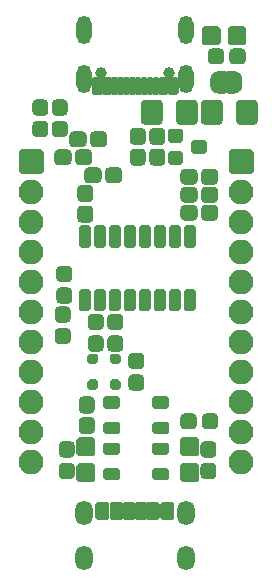
<source format=gbr>
G04 #@! TF.GenerationSoftware,KiCad,Pcbnew,5.1.10-1.fc33*
G04 #@! TF.CreationDate,2021-06-17T00:22:52+02:00*
G04 #@! TF.ProjectId,CH552-USB-Devboard-PCBA,43483535-322d-4555-9342-2d446576626f,rev?*
G04 #@! TF.SameCoordinates,Original*
G04 #@! TF.FileFunction,Soldermask,Top*
G04 #@! TF.FilePolarity,Negative*
%FSLAX46Y46*%
G04 Gerber Fmt 4.6, Leading zero omitted, Abs format (unit mm)*
G04 Created by KiCad (PCBNEW 5.1.10-1.fc33) date 2021-06-17 00:22:52*
%MOMM*%
%LPD*%
G01*
G04 APERTURE LIST*
%ADD10O,1.500000X2.100000*%
%ADD11C,0.100000*%
%ADD12O,1.300000X2.400000*%
%ADD13C,1.000000*%
%ADD14O,2.100000X2.100000*%
G04 APERTURE END LIST*
G36*
G01*
X89758000Y-72790000D02*
X89758000Y-71990000D01*
G75*
G02*
X89958000Y-71790000I200000J0D01*
G01*
X90858000Y-71790000D01*
G75*
G02*
X91058000Y-71990000I0J-200000D01*
G01*
X91058000Y-72790000D01*
G75*
G02*
X90858000Y-72990000I-200000J0D01*
G01*
X89958000Y-72990000D01*
G75*
G02*
X89758000Y-72790000I0J200000D01*
G01*
G37*
G36*
G01*
X87758000Y-73740000D02*
X87758000Y-72940000D01*
G75*
G02*
X87958000Y-72740000I200000J0D01*
G01*
X88858000Y-72740000D01*
G75*
G02*
X89058000Y-72940000I0J-200000D01*
G01*
X89058000Y-73740000D01*
G75*
G02*
X88858000Y-73940000I-200000J0D01*
G01*
X87958000Y-73940000D01*
G75*
G02*
X87758000Y-73740000I0J200000D01*
G01*
G37*
G36*
G01*
X87758000Y-71840000D02*
X87758000Y-71040000D01*
G75*
G02*
X87958000Y-70840000I200000J0D01*
G01*
X88858000Y-70840000D01*
G75*
G02*
X89058000Y-71040000I0J-200000D01*
G01*
X89058000Y-71840000D01*
G75*
G02*
X88858000Y-72040000I-200000J0D01*
G01*
X87958000Y-72040000D01*
G75*
G02*
X87758000Y-71840000I0J200000D01*
G01*
G37*
D10*
X89283000Y-103378000D03*
X80643000Y-103378000D03*
X80643000Y-107178000D03*
X89283000Y-107178000D03*
G36*
G01*
X83913000Y-103828000D02*
X83913000Y-102628000D01*
G75*
G02*
X84113000Y-102428000I200000J0D01*
G01*
X84813000Y-102428000D01*
G75*
G02*
X85013000Y-102628000I0J-200000D01*
G01*
X85013000Y-103828000D01*
G75*
G02*
X84813000Y-104028000I-200000J0D01*
G01*
X84113000Y-104028000D01*
G75*
G02*
X83913000Y-103828000I0J200000D01*
G01*
G37*
G36*
G01*
X84913000Y-103828000D02*
X84913000Y-102628000D01*
G75*
G02*
X85113000Y-102428000I200000J0D01*
G01*
X85813000Y-102428000D01*
G75*
G02*
X86013000Y-102628000I0J-200000D01*
G01*
X86013000Y-103828000D01*
G75*
G02*
X85813000Y-104028000I-200000J0D01*
G01*
X85113000Y-104028000D01*
G75*
G02*
X84913000Y-103828000I0J200000D01*
G01*
G37*
G36*
G01*
X82863000Y-103828000D02*
X82863000Y-102628000D01*
G75*
G02*
X83063000Y-102428000I200000J0D01*
G01*
X83823000Y-102428000D01*
G75*
G02*
X84023000Y-102628000I0J-200000D01*
G01*
X84023000Y-103828000D01*
G75*
G02*
X83823000Y-104028000I-200000J0D01*
G01*
X83063000Y-104028000D01*
G75*
G02*
X82863000Y-103828000I0J200000D01*
G01*
G37*
G36*
G01*
X81613000Y-103828000D02*
X81613000Y-102628000D01*
G75*
G02*
X81813000Y-102428000I200000J0D01*
G01*
X82613000Y-102428000D01*
G75*
G02*
X82813000Y-102628000I0J-200000D01*
G01*
X82813000Y-103828000D01*
G75*
G02*
X82613000Y-104028000I-200000J0D01*
G01*
X81813000Y-104028000D01*
G75*
G02*
X81613000Y-103828000I0J200000D01*
G01*
G37*
G36*
G01*
X85903000Y-103828000D02*
X85903000Y-102628000D01*
G75*
G02*
X86103000Y-102428000I200000J0D01*
G01*
X86863000Y-102428000D01*
G75*
G02*
X87063000Y-102628000I0J-200000D01*
G01*
X87063000Y-103828000D01*
G75*
G02*
X86863000Y-104028000I-200000J0D01*
G01*
X86103000Y-104028000D01*
G75*
G02*
X85903000Y-103828000I0J200000D01*
G01*
G37*
G36*
G01*
X87113000Y-103828000D02*
X87113000Y-102628000D01*
G75*
G02*
X87313000Y-102428000I200000J0D01*
G01*
X88113000Y-102428000D01*
G75*
G02*
X88313000Y-102628000I0J-200000D01*
G01*
X88313000Y-103828000D01*
G75*
G02*
X88113000Y-104028000I-200000J0D01*
G01*
X87313000Y-104028000D01*
G75*
G02*
X87113000Y-103828000I0J200000D01*
G01*
G37*
G36*
G01*
X78950500Y-69752000D02*
X78275500Y-69752000D01*
G75*
G02*
X77938000Y-69414500I0J337500D01*
G01*
X77938000Y-68714500D01*
G75*
G02*
X78275500Y-68377000I337500J0D01*
G01*
X78950500Y-68377000D01*
G75*
G02*
X79288000Y-68714500I0J-337500D01*
G01*
X79288000Y-69414500D01*
G75*
G02*
X78950500Y-69752000I-337500J0D01*
G01*
G37*
G36*
G01*
X78950500Y-71577000D02*
X78275500Y-71577000D01*
G75*
G02*
X77938000Y-71239500I0J337500D01*
G01*
X77938000Y-70539500D01*
G75*
G02*
X78275500Y-70202000I337500J0D01*
G01*
X78950500Y-70202000D01*
G75*
G02*
X79288000Y-70539500I0J-337500D01*
G01*
X79288000Y-71239500D01*
G75*
G02*
X78950500Y-71577000I-337500J0D01*
G01*
G37*
G36*
G01*
X90574000Y-75267500D02*
X90574000Y-74592500D01*
G75*
G02*
X90911500Y-74255000I337500J0D01*
G01*
X91686500Y-74255000D01*
G75*
G02*
X92024000Y-74592500I0J-337500D01*
G01*
X92024000Y-75267500D01*
G75*
G02*
X91686500Y-75605000I-337500J0D01*
G01*
X90911500Y-75605000D01*
G75*
G02*
X90574000Y-75267500I0J337500D01*
G01*
G37*
G36*
G01*
X88824000Y-75267500D02*
X88824000Y-74592500D01*
G75*
G02*
X89161500Y-74255000I337500J0D01*
G01*
X89936500Y-74255000D01*
G75*
G02*
X90274000Y-74592500I0J-337500D01*
G01*
X90274000Y-75267500D01*
G75*
G02*
X89936500Y-75605000I-337500J0D01*
G01*
X89161500Y-75605000D01*
G75*
G02*
X88824000Y-75267500I0J337500D01*
G01*
G37*
G36*
G01*
X90274000Y-76116500D02*
X90274000Y-76791500D01*
G75*
G02*
X89936500Y-77129000I-337500J0D01*
G01*
X89161500Y-77129000D01*
G75*
G02*
X88824000Y-76791500I0J337500D01*
G01*
X88824000Y-76116500D01*
G75*
G02*
X89161500Y-75779000I337500J0D01*
G01*
X89936500Y-75779000D01*
G75*
G02*
X90274000Y-76116500I0J-337500D01*
G01*
G37*
G36*
G01*
X92024000Y-76116500D02*
X92024000Y-76791500D01*
G75*
G02*
X91686500Y-77129000I-337500J0D01*
G01*
X90911500Y-77129000D01*
G75*
G02*
X90574000Y-76791500I0J337500D01*
G01*
X90574000Y-76116500D01*
G75*
G02*
X90911500Y-75779000I337500J0D01*
G01*
X91686500Y-75779000D01*
G75*
G02*
X92024000Y-76116500I0J-337500D01*
G01*
G37*
D11*
G36*
X93366112Y-65979602D02*
G01*
X93384534Y-65979602D01*
X93404140Y-65980565D01*
X93452971Y-65985375D01*
X93472380Y-65988254D01*
X93520505Y-65997826D01*
X93539548Y-66002596D01*
X93586503Y-66016840D01*
X93604980Y-66023451D01*
X93650313Y-66042228D01*
X93668061Y-66050623D01*
X93711334Y-66073754D01*
X93728162Y-66083840D01*
X93768961Y-66111100D01*
X93784730Y-66122795D01*
X93822659Y-66153923D01*
X93837200Y-66167103D01*
X93871897Y-66201800D01*
X93885077Y-66216341D01*
X93916205Y-66254270D01*
X93927900Y-66270039D01*
X93955160Y-66310838D01*
X93965246Y-66327666D01*
X93988377Y-66370939D01*
X93996772Y-66388687D01*
X94015549Y-66434020D01*
X94022160Y-66452497D01*
X94036404Y-66499452D01*
X94041174Y-66518495D01*
X94050746Y-66566620D01*
X94053625Y-66586029D01*
X94058435Y-66634860D01*
X94059398Y-66654466D01*
X94059398Y-66672888D01*
X94060000Y-66679000D01*
X94060000Y-67179000D01*
X94059398Y-67185112D01*
X94059398Y-67203534D01*
X94058435Y-67223140D01*
X94053625Y-67271971D01*
X94050746Y-67291380D01*
X94041174Y-67339505D01*
X94036404Y-67358548D01*
X94022160Y-67405503D01*
X94015549Y-67423980D01*
X93996772Y-67469313D01*
X93988377Y-67487061D01*
X93965246Y-67530334D01*
X93955160Y-67547162D01*
X93927900Y-67587961D01*
X93916205Y-67603730D01*
X93885077Y-67641659D01*
X93871897Y-67656200D01*
X93837200Y-67690897D01*
X93822659Y-67704077D01*
X93784730Y-67735205D01*
X93768961Y-67746900D01*
X93728162Y-67774160D01*
X93711334Y-67784246D01*
X93668061Y-67807377D01*
X93650313Y-67815772D01*
X93604980Y-67834549D01*
X93586503Y-67841160D01*
X93539548Y-67855404D01*
X93520505Y-67860174D01*
X93472380Y-67869746D01*
X93452971Y-67872625D01*
X93404140Y-67877435D01*
X93384534Y-67878398D01*
X93366112Y-67878398D01*
X93360000Y-67879000D01*
X92860000Y-67879000D01*
X92820982Y-67875157D01*
X92783463Y-67863776D01*
X92748886Y-67845294D01*
X92718579Y-67820421D01*
X92693706Y-67790114D01*
X92675224Y-67755537D01*
X92663843Y-67718018D01*
X92660000Y-67679000D01*
X92660000Y-66179000D01*
X92663843Y-66139982D01*
X92675224Y-66102463D01*
X92693706Y-66067886D01*
X92718579Y-66037579D01*
X92748886Y-66012706D01*
X92783463Y-65994224D01*
X92820982Y-65982843D01*
X92860000Y-65979000D01*
X93360000Y-65979000D01*
X93366112Y-65979602D01*
G37*
G36*
X92599018Y-65982843D02*
G01*
X92636537Y-65994224D01*
X92671114Y-66012706D01*
X92701421Y-66037579D01*
X92726294Y-66067886D01*
X92744776Y-66102463D01*
X92756157Y-66139982D01*
X92760000Y-66179000D01*
X92760000Y-67679000D01*
X92756157Y-67718018D01*
X92744776Y-67755537D01*
X92726294Y-67790114D01*
X92701421Y-67820421D01*
X92671114Y-67845294D01*
X92636537Y-67863776D01*
X92599018Y-67875157D01*
X92560000Y-67879000D01*
X92060000Y-67879000D01*
X92053888Y-67878398D01*
X92035466Y-67878398D01*
X92015860Y-67877435D01*
X91967029Y-67872625D01*
X91947620Y-67869746D01*
X91899495Y-67860174D01*
X91880452Y-67855404D01*
X91833497Y-67841160D01*
X91815020Y-67834549D01*
X91769687Y-67815772D01*
X91751939Y-67807377D01*
X91708666Y-67784246D01*
X91691838Y-67774160D01*
X91651039Y-67746900D01*
X91635270Y-67735205D01*
X91597341Y-67704077D01*
X91582800Y-67690897D01*
X91548103Y-67656200D01*
X91534923Y-67641659D01*
X91503795Y-67603730D01*
X91492100Y-67587961D01*
X91464840Y-67547162D01*
X91454754Y-67530334D01*
X91431623Y-67487061D01*
X91423228Y-67469313D01*
X91404451Y-67423980D01*
X91397840Y-67405503D01*
X91383596Y-67358548D01*
X91378826Y-67339505D01*
X91369254Y-67291380D01*
X91366375Y-67271971D01*
X91361565Y-67223140D01*
X91360602Y-67203534D01*
X91360602Y-67185112D01*
X91360000Y-67179000D01*
X91360000Y-66679000D01*
X91360602Y-66672888D01*
X91360602Y-66654466D01*
X91361565Y-66634860D01*
X91366375Y-66586029D01*
X91369254Y-66566620D01*
X91378826Y-66518495D01*
X91383596Y-66499452D01*
X91397840Y-66452497D01*
X91404451Y-66434020D01*
X91423228Y-66388687D01*
X91431623Y-66370939D01*
X91454754Y-66327666D01*
X91464840Y-66310838D01*
X91492100Y-66270039D01*
X91503795Y-66254270D01*
X91534923Y-66216341D01*
X91548103Y-66201800D01*
X91582800Y-66167103D01*
X91597341Y-66153923D01*
X91635270Y-66122795D01*
X91651039Y-66111100D01*
X91691838Y-66083840D01*
X91708666Y-66073754D01*
X91751939Y-66050623D01*
X91769687Y-66042228D01*
X91815020Y-66023451D01*
X91833497Y-66016840D01*
X91880452Y-66002596D01*
X91899495Y-65997826D01*
X91947620Y-65988254D01*
X91967029Y-65985375D01*
X92015860Y-65980565D01*
X92035466Y-65979602D01*
X92053888Y-65979602D01*
X92060000Y-65979000D01*
X92560000Y-65979000D01*
X92599018Y-65982843D01*
G37*
G36*
G01*
X83062000Y-92090000D02*
X83562000Y-92090000D01*
G75*
G02*
X83762000Y-92290000I0J-200000D01*
G01*
X83762000Y-92790000D01*
G75*
G02*
X83562000Y-92990000I-200000J0D01*
G01*
X83062000Y-92990000D01*
G75*
G02*
X82862000Y-92790000I0J200000D01*
G01*
X82862000Y-92290000D01*
G75*
G02*
X83062000Y-92090000I200000J0D01*
G01*
G37*
G36*
G01*
X83062000Y-89890000D02*
X83562000Y-89890000D01*
G75*
G02*
X83762000Y-90090000I0J-200000D01*
G01*
X83762000Y-90590000D01*
G75*
G02*
X83562000Y-90790000I-200000J0D01*
G01*
X83062000Y-90790000D01*
G75*
G02*
X82862000Y-90590000I0J200000D01*
G01*
X82862000Y-90090000D01*
G75*
G02*
X83062000Y-89890000I200000J0D01*
G01*
G37*
G36*
G01*
X81157000Y-92090000D02*
X81657000Y-92090000D01*
G75*
G02*
X81857000Y-92290000I0J-200000D01*
G01*
X81857000Y-92790000D01*
G75*
G02*
X81657000Y-92990000I-200000J0D01*
G01*
X81157000Y-92990000D01*
G75*
G02*
X80957000Y-92790000I0J200000D01*
G01*
X80957000Y-92290000D01*
G75*
G02*
X81157000Y-92090000I200000J0D01*
G01*
G37*
G36*
G01*
X81157000Y-89890000D02*
X81657000Y-89890000D01*
G75*
G02*
X81857000Y-90090000I0J-200000D01*
G01*
X81857000Y-90590000D01*
G75*
G02*
X81657000Y-90790000I-200000J0D01*
G01*
X81157000Y-90790000D01*
G75*
G02*
X80957000Y-90590000I0J200000D01*
G01*
X80957000Y-90090000D01*
G75*
G02*
X81157000Y-89890000I200000J0D01*
G01*
G37*
G36*
G01*
X85554500Y-72240000D02*
X84879500Y-72240000D01*
G75*
G02*
X84542000Y-71902500I0J337500D01*
G01*
X84542000Y-71127500D01*
G75*
G02*
X84879500Y-70790000I337500J0D01*
G01*
X85554500Y-70790000D01*
G75*
G02*
X85892000Y-71127500I0J-337500D01*
G01*
X85892000Y-71902500D01*
G75*
G02*
X85554500Y-72240000I-337500J0D01*
G01*
G37*
G36*
G01*
X85554500Y-73990000D02*
X84879500Y-73990000D01*
G75*
G02*
X84542000Y-73652500I0J337500D01*
G01*
X84542000Y-72877500D01*
G75*
G02*
X84879500Y-72540000I337500J0D01*
G01*
X85554500Y-72540000D01*
G75*
G02*
X85892000Y-72877500I0J-337500D01*
G01*
X85892000Y-73652500D01*
G75*
G02*
X85554500Y-73990000I-337500J0D01*
G01*
G37*
G36*
G01*
X87205500Y-72240000D02*
X86530500Y-72240000D01*
G75*
G02*
X86193000Y-71902500I0J337500D01*
G01*
X86193000Y-71127500D01*
G75*
G02*
X86530500Y-70790000I337500J0D01*
G01*
X87205500Y-70790000D01*
G75*
G02*
X87543000Y-71127500I0J-337500D01*
G01*
X87543000Y-71902500D01*
G75*
G02*
X87205500Y-72240000I-337500J0D01*
G01*
G37*
G36*
G01*
X87205500Y-73990000D02*
X86530500Y-73990000D01*
G75*
G02*
X86193000Y-73652500I0J337500D01*
G01*
X86193000Y-72877500D01*
G75*
G02*
X86530500Y-72540000I337500J0D01*
G01*
X87205500Y-72540000D01*
G75*
G02*
X87543000Y-72877500I0J-337500D01*
G01*
X87543000Y-73652500D01*
G75*
G02*
X87205500Y-73990000I-337500J0D01*
G01*
G37*
G36*
G01*
X90574000Y-78315500D02*
X90574000Y-77640500D01*
G75*
G02*
X90911500Y-77303000I337500J0D01*
G01*
X91686500Y-77303000D01*
G75*
G02*
X92024000Y-77640500I0J-337500D01*
G01*
X92024000Y-78315500D01*
G75*
G02*
X91686500Y-78653000I-337500J0D01*
G01*
X90911500Y-78653000D01*
G75*
G02*
X90574000Y-78315500I0J337500D01*
G01*
G37*
G36*
G01*
X88824000Y-78315500D02*
X88824000Y-77640500D01*
G75*
G02*
X89161500Y-77303000I337500J0D01*
G01*
X89936500Y-77303000D01*
G75*
G02*
X90274000Y-77640500I0J-337500D01*
G01*
X90274000Y-78315500D01*
G75*
G02*
X89936500Y-78653000I-337500J0D01*
G01*
X89161500Y-78653000D01*
G75*
G02*
X88824000Y-78315500I0J337500D01*
G01*
G37*
G36*
G01*
X87309000Y-68714175D02*
X87309000Y-70223825D01*
G75*
G02*
X86988825Y-70544000I-320175J0D01*
G01*
X85804175Y-70544000D01*
G75*
G02*
X85484000Y-70223825I0J320175D01*
G01*
X85484000Y-68714175D01*
G75*
G02*
X85804175Y-68394000I320175J0D01*
G01*
X86988825Y-68394000D01*
G75*
G02*
X87309000Y-68714175I0J-320175D01*
G01*
G37*
G36*
G01*
X90284000Y-68714175D02*
X90284000Y-70223825D01*
G75*
G02*
X89963825Y-70544000I-320175J0D01*
G01*
X88779175Y-70544000D01*
G75*
G02*
X88459000Y-70223825I0J320175D01*
G01*
X88459000Y-68714175D01*
G75*
G02*
X88779175Y-68394000I320175J0D01*
G01*
X89963825Y-68394000D01*
G75*
G02*
X90284000Y-68714175I0J-320175D01*
G01*
G37*
G36*
G01*
X92389000Y-68714175D02*
X92389000Y-70223825D01*
G75*
G02*
X92068825Y-70544000I-320175J0D01*
G01*
X90884175Y-70544000D01*
G75*
G02*
X90564000Y-70223825I0J320175D01*
G01*
X90564000Y-68714175D01*
G75*
G02*
X90884175Y-68394000I320175J0D01*
G01*
X92068825Y-68394000D01*
G75*
G02*
X92389000Y-68714175I0J-320175D01*
G01*
G37*
G36*
G01*
X95364000Y-68714175D02*
X95364000Y-70223825D01*
G75*
G02*
X95043825Y-70544000I-320175J0D01*
G01*
X93859175Y-70544000D01*
G75*
G02*
X93539000Y-70223825I0J320175D01*
G01*
X93539000Y-68714175D01*
G75*
G02*
X93859175Y-68394000I320175J0D01*
G01*
X95043825Y-68394000D01*
G75*
G02*
X95364000Y-68714175I0J-320175D01*
G01*
G37*
G36*
G01*
X77299500Y-69752000D02*
X76624500Y-69752000D01*
G75*
G02*
X76287000Y-69414500I0J337500D01*
G01*
X76287000Y-68714500D01*
G75*
G02*
X76624500Y-68377000I337500J0D01*
G01*
X77299500Y-68377000D01*
G75*
G02*
X77637000Y-68714500I0J-337500D01*
G01*
X77637000Y-69414500D01*
G75*
G02*
X77299500Y-69752000I-337500J0D01*
G01*
G37*
G36*
G01*
X77299500Y-71577000D02*
X76624500Y-71577000D01*
G75*
G02*
X76287000Y-71239500I0J337500D01*
G01*
X76287000Y-70539500D01*
G75*
G02*
X76624500Y-70202000I337500J0D01*
G01*
X77299500Y-70202000D01*
G75*
G02*
X77637000Y-70539500I0J-337500D01*
G01*
X77637000Y-71239500D01*
G75*
G02*
X77299500Y-71577000I-337500J0D01*
G01*
G37*
D12*
X80675000Y-66680000D03*
X89325000Y-66680000D03*
X89325000Y-62500000D03*
X80675000Y-62500000D03*
D13*
X82110000Y-66180000D03*
G36*
G01*
X85100000Y-66680000D02*
X85100000Y-67820000D01*
G75*
G02*
X84900000Y-68020000I-200000J0D01*
G01*
X84600000Y-68020000D01*
G75*
G02*
X84400000Y-67820000I0J200000D01*
G01*
X84400000Y-66680000D01*
G75*
G02*
X84600000Y-66480000I200000J0D01*
G01*
X84900000Y-66480000D01*
G75*
G02*
X85100000Y-66680000I0J-200000D01*
G01*
G37*
G36*
G01*
X85600000Y-66680000D02*
X85600000Y-67820000D01*
G75*
G02*
X85400000Y-68020000I-200000J0D01*
G01*
X85100000Y-68020000D01*
G75*
G02*
X84900000Y-67820000I0J200000D01*
G01*
X84900000Y-66680000D01*
G75*
G02*
X85100000Y-66480000I200000J0D01*
G01*
X85400000Y-66480000D01*
G75*
G02*
X85600000Y-66680000I0J-200000D01*
G01*
G37*
G36*
G01*
X86100000Y-66680000D02*
X86100000Y-67820000D01*
G75*
G02*
X85900000Y-68020000I-200000J0D01*
G01*
X85600000Y-68020000D01*
G75*
G02*
X85400000Y-67820000I0J200000D01*
G01*
X85400000Y-66680000D01*
G75*
G02*
X85600000Y-66480000I200000J0D01*
G01*
X85900000Y-66480000D01*
G75*
G02*
X86100000Y-66680000I0J-200000D01*
G01*
G37*
G36*
G01*
X84600000Y-66680000D02*
X84600000Y-67820000D01*
G75*
G02*
X84400000Y-68020000I-200000J0D01*
G01*
X84100000Y-68020000D01*
G75*
G02*
X83900000Y-67820000I0J200000D01*
G01*
X83900000Y-66680000D01*
G75*
G02*
X84100000Y-66480000I200000J0D01*
G01*
X84400000Y-66480000D01*
G75*
G02*
X84600000Y-66680000I0J-200000D01*
G01*
G37*
G36*
G01*
X86600000Y-66680000D02*
X86600000Y-67820000D01*
G75*
G02*
X86400000Y-68020000I-200000J0D01*
G01*
X86100000Y-68020000D01*
G75*
G02*
X85900000Y-67820000I0J200000D01*
G01*
X85900000Y-66680000D01*
G75*
G02*
X86100000Y-66480000I200000J0D01*
G01*
X86400000Y-66480000D01*
G75*
G02*
X86600000Y-66680000I0J-200000D01*
G01*
G37*
G36*
G01*
X87100000Y-66680000D02*
X87100000Y-67820000D01*
G75*
G02*
X86900000Y-68020000I-200000J0D01*
G01*
X86600000Y-68020000D01*
G75*
G02*
X86400000Y-67820000I0J200000D01*
G01*
X86400000Y-66680000D01*
G75*
G02*
X86600000Y-66480000I200000J0D01*
G01*
X86900000Y-66480000D01*
G75*
G02*
X87100000Y-66680000I0J-200000D01*
G01*
G37*
G36*
G01*
X84100000Y-66680000D02*
X84100000Y-67820000D01*
G75*
G02*
X83900000Y-68020000I-200000J0D01*
G01*
X83600000Y-68020000D01*
G75*
G02*
X83400000Y-67820000I0J200000D01*
G01*
X83400000Y-66680000D01*
G75*
G02*
X83600000Y-66480000I200000J0D01*
G01*
X83900000Y-66480000D01*
G75*
G02*
X84100000Y-66680000I0J-200000D01*
G01*
G37*
G36*
G01*
X83600000Y-66680000D02*
X83600000Y-67820000D01*
G75*
G02*
X83400000Y-68020000I-200000J0D01*
G01*
X83100000Y-68020000D01*
G75*
G02*
X82900000Y-67820000I0J200000D01*
G01*
X82900000Y-66680000D01*
G75*
G02*
X83100000Y-66480000I200000J0D01*
G01*
X83400000Y-66480000D01*
G75*
G02*
X83600000Y-66680000I0J-200000D01*
G01*
G37*
X87890000Y-66180000D03*
G36*
G01*
X87850000Y-66680000D02*
X87850000Y-67820000D01*
G75*
G02*
X87650000Y-68020000I-200000J0D01*
G01*
X87350000Y-68020000D01*
G75*
G02*
X87150000Y-67820000I0J200000D01*
G01*
X87150000Y-66680000D01*
G75*
G02*
X87350000Y-66480000I200000J0D01*
G01*
X87650000Y-66480000D01*
G75*
G02*
X87850000Y-66680000I0J-200000D01*
G01*
G37*
G36*
G01*
X87600000Y-66680000D02*
X87600000Y-67820000D01*
G75*
G02*
X87400000Y-68020000I-200000J0D01*
G01*
X87100000Y-68020000D01*
G75*
G02*
X86900000Y-67820000I0J200000D01*
G01*
X86900000Y-66680000D01*
G75*
G02*
X87100000Y-66480000I200000J0D01*
G01*
X87400000Y-66480000D01*
G75*
G02*
X87600000Y-66680000I0J-200000D01*
G01*
G37*
G36*
G01*
X88400000Y-66680000D02*
X88400000Y-67820000D01*
G75*
G02*
X88200000Y-68020000I-200000J0D01*
G01*
X87900000Y-68020000D01*
G75*
G02*
X87700000Y-67820000I0J200000D01*
G01*
X87700000Y-66680000D01*
G75*
G02*
X87900000Y-66480000I200000J0D01*
G01*
X88200000Y-66480000D01*
G75*
G02*
X88400000Y-66680000I0J-200000D01*
G01*
G37*
G36*
G01*
X88700000Y-66680000D02*
X88700000Y-67820000D01*
G75*
G02*
X88500000Y-68020000I-200000J0D01*
G01*
X88200000Y-68020000D01*
G75*
G02*
X88000000Y-67820000I0J200000D01*
G01*
X88000000Y-66680000D01*
G75*
G02*
X88200000Y-66480000I200000J0D01*
G01*
X88500000Y-66480000D01*
G75*
G02*
X88700000Y-66680000I0J-200000D01*
G01*
G37*
G36*
G01*
X83100000Y-66680000D02*
X83100000Y-67820000D01*
G75*
G02*
X82900000Y-68020000I-200000J0D01*
G01*
X82600000Y-68020000D01*
G75*
G02*
X82400000Y-67820000I0J200000D01*
G01*
X82400000Y-66680000D01*
G75*
G02*
X82600000Y-66480000I200000J0D01*
G01*
X82900000Y-66480000D01*
G75*
G02*
X83100000Y-66680000I0J-200000D01*
G01*
G37*
G36*
G01*
X82800000Y-66680000D02*
X82800000Y-67820000D01*
G75*
G02*
X82600000Y-68020000I-200000J0D01*
G01*
X82300000Y-68020000D01*
G75*
G02*
X82100000Y-67820000I0J200000D01*
G01*
X82100000Y-66680000D01*
G75*
G02*
X82300000Y-66480000I200000J0D01*
G01*
X82600000Y-66480000D01*
G75*
G02*
X82800000Y-66680000I0J-200000D01*
G01*
G37*
G36*
G01*
X82300000Y-66680000D02*
X82300000Y-67820000D01*
G75*
G02*
X82100000Y-68020000I-200000J0D01*
G01*
X81800000Y-68020000D01*
G75*
G02*
X81600000Y-67820000I0J200000D01*
G01*
X81600000Y-66680000D01*
G75*
G02*
X81800000Y-66480000I200000J0D01*
G01*
X82100000Y-66480000D01*
G75*
G02*
X82300000Y-66680000I0J-200000D01*
G01*
G37*
G36*
G01*
X82000000Y-66680000D02*
X82000000Y-67820000D01*
G75*
G02*
X81800000Y-68020000I-200000J0D01*
G01*
X81500000Y-68020000D01*
G75*
G02*
X81300000Y-67820000I0J200000D01*
G01*
X81300000Y-66680000D01*
G75*
G02*
X81500000Y-66480000I200000J0D01*
G01*
X81800000Y-66480000D01*
G75*
G02*
X82000000Y-66680000I0J-200000D01*
G01*
G37*
G36*
G01*
X78529500Y-87728000D02*
X79204500Y-87728000D01*
G75*
G02*
X79542000Y-88065500I0J-337500D01*
G01*
X79542000Y-88765500D01*
G75*
G02*
X79204500Y-89103000I-337500J0D01*
G01*
X78529500Y-89103000D01*
G75*
G02*
X78192000Y-88765500I0J337500D01*
G01*
X78192000Y-88065500D01*
G75*
G02*
X78529500Y-87728000I337500J0D01*
G01*
G37*
G36*
G01*
X78529500Y-85903000D02*
X79204500Y-85903000D01*
G75*
G02*
X79542000Y-86240500I0J-337500D01*
G01*
X79542000Y-86940500D01*
G75*
G02*
X79204500Y-87278000I-337500J0D01*
G01*
X78529500Y-87278000D01*
G75*
G02*
X78192000Y-86940500I0J337500D01*
G01*
X78192000Y-86240500D01*
G75*
G02*
X78529500Y-85903000I337500J0D01*
G01*
G37*
G36*
G01*
X79331500Y-83849000D02*
X78656500Y-83849000D01*
G75*
G02*
X78319000Y-83511500I0J337500D01*
G01*
X78319000Y-82811500D01*
G75*
G02*
X78656500Y-82474000I337500J0D01*
G01*
X79331500Y-82474000D01*
G75*
G02*
X79669000Y-82811500I0J-337500D01*
G01*
X79669000Y-83511500D01*
G75*
G02*
X79331500Y-83849000I-337500J0D01*
G01*
G37*
G36*
G01*
X79331500Y-85674000D02*
X78656500Y-85674000D01*
G75*
G02*
X78319000Y-85336500I0J337500D01*
G01*
X78319000Y-84636500D01*
G75*
G02*
X78656500Y-84299000I337500J0D01*
G01*
X79331500Y-84299000D01*
G75*
G02*
X79669000Y-84636500I0J-337500D01*
G01*
X79669000Y-85336500D01*
G75*
G02*
X79331500Y-85674000I-337500J0D01*
G01*
G37*
G36*
G01*
X81998500Y-87913000D02*
X81323500Y-87913000D01*
G75*
G02*
X80986000Y-87575500I0J337500D01*
G01*
X80986000Y-86875500D01*
G75*
G02*
X81323500Y-86538000I337500J0D01*
G01*
X81998500Y-86538000D01*
G75*
G02*
X82336000Y-86875500I0J-337500D01*
G01*
X82336000Y-87575500D01*
G75*
G02*
X81998500Y-87913000I-337500J0D01*
G01*
G37*
G36*
G01*
X81998500Y-89738000D02*
X81323500Y-89738000D01*
G75*
G02*
X80986000Y-89400500I0J337500D01*
G01*
X80986000Y-88700500D01*
G75*
G02*
X81323500Y-88363000I337500J0D01*
G01*
X81998500Y-88363000D01*
G75*
G02*
X82336000Y-88700500I0J-337500D01*
G01*
X82336000Y-89400500D01*
G75*
G02*
X81998500Y-89738000I-337500J0D01*
G01*
G37*
G36*
G01*
X84752500Y-91665000D02*
X85427500Y-91665000D01*
G75*
G02*
X85765000Y-92002500I0J-337500D01*
G01*
X85765000Y-92702500D01*
G75*
G02*
X85427500Y-93040000I-337500J0D01*
G01*
X84752500Y-93040000D01*
G75*
G02*
X84415000Y-92702500I0J337500D01*
G01*
X84415000Y-92002500D01*
G75*
G02*
X84752500Y-91665000I337500J0D01*
G01*
G37*
G36*
G01*
X84752500Y-89840000D02*
X85427500Y-89840000D01*
G75*
G02*
X85765000Y-90177500I0J-337500D01*
G01*
X85765000Y-90877500D01*
G75*
G02*
X85427500Y-91215000I-337500J0D01*
G01*
X84752500Y-91215000D01*
G75*
G02*
X84415000Y-90877500I0J337500D01*
G01*
X84415000Y-90177500D01*
G75*
G02*
X84752500Y-89840000I337500J0D01*
G01*
G37*
G36*
G01*
X90199000Y-95293500D02*
X90199000Y-95968500D01*
G75*
G02*
X89861500Y-96306000I-337500J0D01*
G01*
X89161500Y-96306000D01*
G75*
G02*
X88824000Y-95968500I0J337500D01*
G01*
X88824000Y-95293500D01*
G75*
G02*
X89161500Y-94956000I337500J0D01*
G01*
X89861500Y-94956000D01*
G75*
G02*
X90199000Y-95293500I0J-337500D01*
G01*
G37*
G36*
G01*
X92024000Y-95293500D02*
X92024000Y-95968500D01*
G75*
G02*
X91686500Y-96306000I-337500J0D01*
G01*
X90986500Y-96306000D01*
G75*
G02*
X90649000Y-95968500I0J337500D01*
G01*
X90649000Y-95293500D01*
G75*
G02*
X90986500Y-94956000I337500J0D01*
G01*
X91686500Y-94956000D01*
G75*
G02*
X92024000Y-95293500I0J-337500D01*
G01*
G37*
G36*
G01*
X92969000Y-65075500D02*
X92969000Y-64400500D01*
G75*
G02*
X93306500Y-64063000I337500J0D01*
G01*
X94006500Y-64063000D01*
G75*
G02*
X94344000Y-64400500I0J-337500D01*
G01*
X94344000Y-65075500D01*
G75*
G02*
X94006500Y-65413000I-337500J0D01*
G01*
X93306500Y-65413000D01*
G75*
G02*
X92969000Y-65075500I0J337500D01*
G01*
G37*
G36*
G01*
X91144000Y-65075500D02*
X91144000Y-64400500D01*
G75*
G02*
X91481500Y-64063000I337500J0D01*
G01*
X92181500Y-64063000D01*
G75*
G02*
X92519000Y-64400500I0J-337500D01*
G01*
X92519000Y-65075500D01*
G75*
G02*
X92181500Y-65413000I-337500J0D01*
G01*
X91481500Y-65413000D01*
G75*
G02*
X91144000Y-65075500I0J337500D01*
G01*
G37*
G36*
G01*
X79537500Y-98700000D02*
X78862500Y-98700000D01*
G75*
G02*
X78525000Y-98362500I0J337500D01*
G01*
X78525000Y-97662500D01*
G75*
G02*
X78862500Y-97325000I337500J0D01*
G01*
X79537500Y-97325000D01*
G75*
G02*
X79875000Y-97662500I0J-337500D01*
G01*
X79875000Y-98362500D01*
G75*
G02*
X79537500Y-98700000I-337500J0D01*
G01*
G37*
G36*
G01*
X79537500Y-100525000D02*
X78862500Y-100525000D01*
G75*
G02*
X78525000Y-100187500I0J337500D01*
G01*
X78525000Y-99487500D01*
G75*
G02*
X78862500Y-99150000I337500J0D01*
G01*
X79537500Y-99150000D01*
G75*
G02*
X79875000Y-99487500I0J-337500D01*
G01*
X79875000Y-100187500D01*
G75*
G02*
X79537500Y-100525000I-337500J0D01*
G01*
G37*
G36*
G01*
X91537500Y-98700000D02*
X90862500Y-98700000D01*
G75*
G02*
X90525000Y-98362500I0J337500D01*
G01*
X90525000Y-97662500D01*
G75*
G02*
X90862500Y-97325000I337500J0D01*
G01*
X91537500Y-97325000D01*
G75*
G02*
X91875000Y-97662500I0J-337500D01*
G01*
X91875000Y-98362500D01*
G75*
G02*
X91537500Y-98700000I-337500J0D01*
G01*
G37*
G36*
G01*
X91537500Y-100525000D02*
X90862500Y-100525000D01*
G75*
G02*
X90525000Y-100187500I0J337500D01*
G01*
X90525000Y-99487500D01*
G75*
G02*
X90862500Y-99150000I337500J0D01*
G01*
X91537500Y-99150000D01*
G75*
G02*
X91875000Y-99487500I0J-337500D01*
G01*
X91875000Y-100187500D01*
G75*
G02*
X91537500Y-100525000I-337500J0D01*
G01*
G37*
G36*
G01*
X83649500Y-87913000D02*
X82974500Y-87913000D01*
G75*
G02*
X82637000Y-87575500I0J337500D01*
G01*
X82637000Y-86875500D01*
G75*
G02*
X82974500Y-86538000I337500J0D01*
G01*
X83649500Y-86538000D01*
G75*
G02*
X83987000Y-86875500I0J-337500D01*
G01*
X83987000Y-87575500D01*
G75*
G02*
X83649500Y-87913000I-337500J0D01*
G01*
G37*
G36*
G01*
X83649500Y-89738000D02*
X82974500Y-89738000D01*
G75*
G02*
X82637000Y-89400500I0J337500D01*
G01*
X82637000Y-88700500D01*
G75*
G02*
X82974500Y-88363000I337500J0D01*
G01*
X83649500Y-88363000D01*
G75*
G02*
X83987000Y-88700500I0J-337500D01*
G01*
X83987000Y-89400500D01*
G75*
G02*
X83649500Y-89738000I-337500J0D01*
G01*
G37*
G36*
G01*
X79606000Y-72941500D02*
X79606000Y-73616500D01*
G75*
G02*
X79268500Y-73954000I-337500J0D01*
G01*
X78493500Y-73954000D01*
G75*
G02*
X78156000Y-73616500I0J337500D01*
G01*
X78156000Y-72941500D01*
G75*
G02*
X78493500Y-72604000I337500J0D01*
G01*
X79268500Y-72604000D01*
G75*
G02*
X79606000Y-72941500I0J-337500D01*
G01*
G37*
G36*
G01*
X81356000Y-72941500D02*
X81356000Y-73616500D01*
G75*
G02*
X81018500Y-73954000I-337500J0D01*
G01*
X80243500Y-73954000D01*
G75*
G02*
X79906000Y-73616500I0J337500D01*
G01*
X79906000Y-72941500D01*
G75*
G02*
X80243500Y-72604000I337500J0D01*
G01*
X81018500Y-72604000D01*
G75*
G02*
X81356000Y-72941500I0J-337500D01*
G01*
G37*
G36*
G01*
X81109500Y-78816000D02*
X80434500Y-78816000D01*
G75*
G02*
X80097000Y-78478500I0J337500D01*
G01*
X80097000Y-77703500D01*
G75*
G02*
X80434500Y-77366000I337500J0D01*
G01*
X81109500Y-77366000D01*
G75*
G02*
X81447000Y-77703500I0J-337500D01*
G01*
X81447000Y-78478500D01*
G75*
G02*
X81109500Y-78816000I-337500J0D01*
G01*
G37*
G36*
G01*
X81109500Y-77066000D02*
X80434500Y-77066000D01*
G75*
G02*
X80097000Y-76728500I0J337500D01*
G01*
X80097000Y-75953500D01*
G75*
G02*
X80434500Y-75616000I337500J0D01*
G01*
X81109500Y-75616000D01*
G75*
G02*
X81447000Y-75953500I0J-337500D01*
G01*
X81447000Y-76728500D01*
G75*
G02*
X81109500Y-77066000I-337500J0D01*
G01*
G37*
D14*
X76200000Y-99060000D03*
X76200000Y-96520000D03*
X76200000Y-93980000D03*
X76200000Y-91440000D03*
X76200000Y-88900000D03*
X76200000Y-86360000D03*
X76200000Y-83820000D03*
X76200000Y-81280000D03*
X76200000Y-78740000D03*
X76200000Y-76200000D03*
G36*
G01*
X75150000Y-74510000D02*
X75150000Y-72810000D01*
G75*
G02*
X75350000Y-72610000I200000J0D01*
G01*
X77050000Y-72610000D01*
G75*
G02*
X77250000Y-72810000I0J-200000D01*
G01*
X77250000Y-74510000D01*
G75*
G02*
X77050000Y-74710000I-200000J0D01*
G01*
X75350000Y-74710000D01*
G75*
G02*
X75150000Y-74510000I0J200000D01*
G01*
G37*
G36*
G01*
X92930000Y-74510000D02*
X92930000Y-72810000D01*
G75*
G02*
X93130000Y-72610000I200000J0D01*
G01*
X94830000Y-72610000D01*
G75*
G02*
X95030000Y-72810000I0J-200000D01*
G01*
X95030000Y-74510000D01*
G75*
G02*
X94830000Y-74710000I-200000J0D01*
G01*
X93130000Y-74710000D01*
G75*
G02*
X92930000Y-74510000I0J200000D01*
G01*
G37*
X93980000Y-76200000D03*
X93980000Y-78740000D03*
X93980000Y-81280000D03*
X93980000Y-83820000D03*
X93980000Y-86360000D03*
X93980000Y-88900000D03*
X93980000Y-91440000D03*
X93980000Y-93980000D03*
X93980000Y-96520000D03*
X93980000Y-99060000D03*
G36*
G01*
X86425000Y-96523000D02*
X86425000Y-95873000D01*
G75*
G02*
X86625000Y-95673000I200000J0D01*
G01*
X87675000Y-95673000D01*
G75*
G02*
X87875000Y-95873000I0J-200000D01*
G01*
X87875000Y-96523000D01*
G75*
G02*
X87675000Y-96723000I-200000J0D01*
G01*
X86625000Y-96723000D01*
G75*
G02*
X86425000Y-96523000I0J200000D01*
G01*
G37*
G36*
G01*
X82275000Y-96523000D02*
X82275000Y-95873000D01*
G75*
G02*
X82475000Y-95673000I200000J0D01*
G01*
X83525000Y-95673000D01*
G75*
G02*
X83725000Y-95873000I0J-200000D01*
G01*
X83725000Y-96523000D01*
G75*
G02*
X83525000Y-96723000I-200000J0D01*
G01*
X82475000Y-96723000D01*
G75*
G02*
X82275000Y-96523000I0J200000D01*
G01*
G37*
G36*
G01*
X86425000Y-94373000D02*
X86425000Y-93723000D01*
G75*
G02*
X86625000Y-93523000I200000J0D01*
G01*
X87675000Y-93523000D01*
G75*
G02*
X87875000Y-93723000I0J-200000D01*
G01*
X87875000Y-94373000D01*
G75*
G02*
X87675000Y-94573000I-200000J0D01*
G01*
X86625000Y-94573000D01*
G75*
G02*
X86425000Y-94373000I0J200000D01*
G01*
G37*
G36*
G01*
X82275000Y-94373000D02*
X82275000Y-93723000D01*
G75*
G02*
X82475000Y-93523000I200000J0D01*
G01*
X83525000Y-93523000D01*
G75*
G02*
X83725000Y-93723000I0J-200000D01*
G01*
X83725000Y-94373000D01*
G75*
G02*
X83525000Y-94573000I-200000J0D01*
G01*
X82475000Y-94573000D01*
G75*
G02*
X82275000Y-94373000I0J200000D01*
G01*
G37*
G36*
G01*
X82275000Y-98281000D02*
X82275000Y-97631000D01*
G75*
G02*
X82475000Y-97431000I200000J0D01*
G01*
X83525000Y-97431000D01*
G75*
G02*
X83725000Y-97631000I0J-200000D01*
G01*
X83725000Y-98281000D01*
G75*
G02*
X83525000Y-98481000I-200000J0D01*
G01*
X82475000Y-98481000D01*
G75*
G02*
X82275000Y-98281000I0J200000D01*
G01*
G37*
G36*
G01*
X86425000Y-98281000D02*
X86425000Y-97631000D01*
G75*
G02*
X86625000Y-97431000I200000J0D01*
G01*
X87675000Y-97431000D01*
G75*
G02*
X87875000Y-97631000I0J-200000D01*
G01*
X87875000Y-98281000D01*
G75*
G02*
X87675000Y-98481000I-200000J0D01*
G01*
X86625000Y-98481000D01*
G75*
G02*
X86425000Y-98281000I0J200000D01*
G01*
G37*
G36*
G01*
X82275000Y-100431000D02*
X82275000Y-99781000D01*
G75*
G02*
X82475000Y-99581000I200000J0D01*
G01*
X83525000Y-99581000D01*
G75*
G02*
X83725000Y-99781000I0J-200000D01*
G01*
X83725000Y-100431000D01*
G75*
G02*
X83525000Y-100631000I-200000J0D01*
G01*
X82475000Y-100631000D01*
G75*
G02*
X82275000Y-100431000I0J200000D01*
G01*
G37*
G36*
G01*
X86425000Y-100431000D02*
X86425000Y-99781000D01*
G75*
G02*
X86625000Y-99581000I200000J0D01*
G01*
X87675000Y-99581000D01*
G75*
G02*
X87875000Y-99781000I0J-200000D01*
G01*
X87875000Y-100431000D01*
G75*
G02*
X87675000Y-100631000I-200000J0D01*
G01*
X86625000Y-100631000D01*
G75*
G02*
X86425000Y-100431000I0J200000D01*
G01*
G37*
G36*
G01*
X80696000Y-75140500D02*
X80696000Y-74465500D01*
G75*
G02*
X81033500Y-74128000I337500J0D01*
G01*
X81808500Y-74128000D01*
G75*
G02*
X82146000Y-74465500I0J-337500D01*
G01*
X82146000Y-75140500D01*
G75*
G02*
X81808500Y-75478000I-337500J0D01*
G01*
X81033500Y-75478000D01*
G75*
G02*
X80696000Y-75140500I0J337500D01*
G01*
G37*
G36*
G01*
X82446000Y-75140500D02*
X82446000Y-74465500D01*
G75*
G02*
X82783500Y-74128000I337500J0D01*
G01*
X83558500Y-74128000D01*
G75*
G02*
X83896000Y-74465500I0J-337500D01*
G01*
X83896000Y-75140500D01*
G75*
G02*
X83558500Y-75478000I-337500J0D01*
G01*
X82783500Y-75478000D01*
G75*
G02*
X82446000Y-75140500I0J337500D01*
G01*
G37*
G36*
G01*
X81236500Y-94973000D02*
X80561500Y-94973000D01*
G75*
G02*
X80224000Y-94635500I0J337500D01*
G01*
X80224000Y-93860500D01*
G75*
G02*
X80561500Y-93523000I337500J0D01*
G01*
X81236500Y-93523000D01*
G75*
G02*
X81574000Y-93860500I0J-337500D01*
G01*
X81574000Y-94635500D01*
G75*
G02*
X81236500Y-94973000I-337500J0D01*
G01*
G37*
G36*
G01*
X81236500Y-96723000D02*
X80561500Y-96723000D01*
G75*
G02*
X80224000Y-96385500I0J337500D01*
G01*
X80224000Y-95610500D01*
G75*
G02*
X80561500Y-95273000I337500J0D01*
G01*
X81236500Y-95273000D01*
G75*
G02*
X81574000Y-95610500I0J-337500D01*
G01*
X81574000Y-96385500D01*
G75*
G02*
X81236500Y-96723000I-337500J0D01*
G01*
G37*
G36*
G01*
X82626000Y-71417500D02*
X82626000Y-72092500D01*
G75*
G02*
X82288500Y-72430000I-337500J0D01*
G01*
X81513500Y-72430000D01*
G75*
G02*
X81176000Y-72092500I0J337500D01*
G01*
X81176000Y-71417500D01*
G75*
G02*
X81513500Y-71080000I337500J0D01*
G01*
X82288500Y-71080000D01*
G75*
G02*
X82626000Y-71417500I0J-337500D01*
G01*
G37*
G36*
G01*
X80876000Y-71417500D02*
X80876000Y-72092500D01*
G75*
G02*
X80538500Y-72430000I-337500J0D01*
G01*
X79763500Y-72430000D01*
G75*
G02*
X79426000Y-72092500I0J337500D01*
G01*
X79426000Y-71417500D01*
G75*
G02*
X79763500Y-71080000I337500J0D01*
G01*
X80538500Y-71080000D01*
G75*
G02*
X80876000Y-71417500I0J-337500D01*
G01*
G37*
G36*
G01*
X81034192Y-80930020D02*
X80434192Y-80930020D01*
G75*
G02*
X80234192Y-80730020I0J200000D01*
G01*
X80234192Y-79230020D01*
G75*
G02*
X80434192Y-79030020I200000J0D01*
G01*
X81034192Y-79030020D01*
G75*
G02*
X81234192Y-79230020I0J-200000D01*
G01*
X81234192Y-80730020D01*
G75*
G02*
X81034192Y-80930020I-200000J0D01*
G01*
G37*
G36*
G01*
X82304192Y-80930020D02*
X81704192Y-80930020D01*
G75*
G02*
X81504192Y-80730020I0J200000D01*
G01*
X81504192Y-79230020D01*
G75*
G02*
X81704192Y-79030020I200000J0D01*
G01*
X82304192Y-79030020D01*
G75*
G02*
X82504192Y-79230020I0J-200000D01*
G01*
X82504192Y-80730020D01*
G75*
G02*
X82304192Y-80930020I-200000J0D01*
G01*
G37*
G36*
G01*
X83574192Y-80930020D02*
X82974192Y-80930020D01*
G75*
G02*
X82774192Y-80730020I0J200000D01*
G01*
X82774192Y-79230020D01*
G75*
G02*
X82974192Y-79030020I200000J0D01*
G01*
X83574192Y-79030020D01*
G75*
G02*
X83774192Y-79230020I0J-200000D01*
G01*
X83774192Y-80730020D01*
G75*
G02*
X83574192Y-80930020I-200000J0D01*
G01*
G37*
G36*
G01*
X84844192Y-80930020D02*
X84244192Y-80930020D01*
G75*
G02*
X84044192Y-80730020I0J200000D01*
G01*
X84044192Y-79230020D01*
G75*
G02*
X84244192Y-79030020I200000J0D01*
G01*
X84844192Y-79030020D01*
G75*
G02*
X85044192Y-79230020I0J-200000D01*
G01*
X85044192Y-80730020D01*
G75*
G02*
X84844192Y-80930020I-200000J0D01*
G01*
G37*
G36*
G01*
X86114192Y-80930020D02*
X85514192Y-80930020D01*
G75*
G02*
X85314192Y-80730020I0J200000D01*
G01*
X85314192Y-79230020D01*
G75*
G02*
X85514192Y-79030020I200000J0D01*
G01*
X86114192Y-79030020D01*
G75*
G02*
X86314192Y-79230020I0J-200000D01*
G01*
X86314192Y-80730020D01*
G75*
G02*
X86114192Y-80930020I-200000J0D01*
G01*
G37*
G36*
G01*
X87384192Y-80930020D02*
X86784192Y-80930020D01*
G75*
G02*
X86584192Y-80730020I0J200000D01*
G01*
X86584192Y-79230020D01*
G75*
G02*
X86784192Y-79030020I200000J0D01*
G01*
X87384192Y-79030020D01*
G75*
G02*
X87584192Y-79230020I0J-200000D01*
G01*
X87584192Y-80730020D01*
G75*
G02*
X87384192Y-80930020I-200000J0D01*
G01*
G37*
G36*
G01*
X88654192Y-80930020D02*
X88054192Y-80930020D01*
G75*
G02*
X87854192Y-80730020I0J200000D01*
G01*
X87854192Y-79230020D01*
G75*
G02*
X88054192Y-79030020I200000J0D01*
G01*
X88654192Y-79030020D01*
G75*
G02*
X88854192Y-79230020I0J-200000D01*
G01*
X88854192Y-80730020D01*
G75*
G02*
X88654192Y-80930020I-200000J0D01*
G01*
G37*
G36*
G01*
X89924192Y-80930020D02*
X89324192Y-80930020D01*
G75*
G02*
X89124192Y-80730020I0J200000D01*
G01*
X89124192Y-79230020D01*
G75*
G02*
X89324192Y-79030020I200000J0D01*
G01*
X89924192Y-79030020D01*
G75*
G02*
X90124192Y-79230020I0J-200000D01*
G01*
X90124192Y-80730020D01*
G75*
G02*
X89924192Y-80930020I-200000J0D01*
G01*
G37*
G36*
G01*
X89924192Y-86330020D02*
X89324192Y-86330020D01*
G75*
G02*
X89124192Y-86130020I0J200000D01*
G01*
X89124192Y-84630020D01*
G75*
G02*
X89324192Y-84430020I200000J0D01*
G01*
X89924192Y-84430020D01*
G75*
G02*
X90124192Y-84630020I0J-200000D01*
G01*
X90124192Y-86130020D01*
G75*
G02*
X89924192Y-86330020I-200000J0D01*
G01*
G37*
G36*
G01*
X88654192Y-86330020D02*
X88054192Y-86330020D01*
G75*
G02*
X87854192Y-86130020I0J200000D01*
G01*
X87854192Y-84630020D01*
G75*
G02*
X88054192Y-84430020I200000J0D01*
G01*
X88654192Y-84430020D01*
G75*
G02*
X88854192Y-84630020I0J-200000D01*
G01*
X88854192Y-86130020D01*
G75*
G02*
X88654192Y-86330020I-200000J0D01*
G01*
G37*
G36*
G01*
X87384192Y-86330020D02*
X86784192Y-86330020D01*
G75*
G02*
X86584192Y-86130020I0J200000D01*
G01*
X86584192Y-84630020D01*
G75*
G02*
X86784192Y-84430020I200000J0D01*
G01*
X87384192Y-84430020D01*
G75*
G02*
X87584192Y-84630020I0J-200000D01*
G01*
X87584192Y-86130020D01*
G75*
G02*
X87384192Y-86330020I-200000J0D01*
G01*
G37*
G36*
G01*
X86114192Y-86330020D02*
X85514192Y-86330020D01*
G75*
G02*
X85314192Y-86130020I0J200000D01*
G01*
X85314192Y-84630020D01*
G75*
G02*
X85514192Y-84430020I200000J0D01*
G01*
X86114192Y-84430020D01*
G75*
G02*
X86314192Y-84630020I0J-200000D01*
G01*
X86314192Y-86130020D01*
G75*
G02*
X86114192Y-86330020I-200000J0D01*
G01*
G37*
G36*
G01*
X84844192Y-86330020D02*
X84244192Y-86330020D01*
G75*
G02*
X84044192Y-86130020I0J200000D01*
G01*
X84044192Y-84630020D01*
G75*
G02*
X84244192Y-84430020I200000J0D01*
G01*
X84844192Y-84430020D01*
G75*
G02*
X85044192Y-84630020I0J-200000D01*
G01*
X85044192Y-86130020D01*
G75*
G02*
X84844192Y-86330020I-200000J0D01*
G01*
G37*
G36*
G01*
X83574192Y-86330020D02*
X82974192Y-86330020D01*
G75*
G02*
X82774192Y-86130020I0J200000D01*
G01*
X82774192Y-84630020D01*
G75*
G02*
X82974192Y-84430020I200000J0D01*
G01*
X83574192Y-84430020D01*
G75*
G02*
X83774192Y-84630020I0J-200000D01*
G01*
X83774192Y-86130020D01*
G75*
G02*
X83574192Y-86330020I-200000J0D01*
G01*
G37*
G36*
G01*
X82304192Y-86330020D02*
X81704192Y-86330020D01*
G75*
G02*
X81504192Y-86130020I0J200000D01*
G01*
X81504192Y-84630020D01*
G75*
G02*
X81704192Y-84430020I200000J0D01*
G01*
X82304192Y-84430020D01*
G75*
G02*
X82504192Y-84630020I0J-200000D01*
G01*
X82504192Y-86130020D01*
G75*
G02*
X82304192Y-86330020I-200000J0D01*
G01*
G37*
G36*
G01*
X81034192Y-86330020D02*
X80434192Y-86330020D01*
G75*
G02*
X80234192Y-86130020I0J200000D01*
G01*
X80234192Y-84630020D01*
G75*
G02*
X80434192Y-84430020I200000J0D01*
G01*
X81034192Y-84430020D01*
G75*
G02*
X81234192Y-84630020I0J-200000D01*
G01*
X81234192Y-86130020D01*
G75*
G02*
X81034192Y-86330020I-200000J0D01*
G01*
G37*
G36*
G01*
X92819000Y-63600000D02*
X92819000Y-62400000D01*
G75*
G02*
X93019000Y-62200000I200000J0D01*
G01*
X94219000Y-62200000D01*
G75*
G02*
X94419000Y-62400000I0J-200000D01*
G01*
X94419000Y-63600000D01*
G75*
G02*
X94219000Y-63800000I-200000J0D01*
G01*
X93019000Y-63800000D01*
G75*
G02*
X92819000Y-63600000I0J200000D01*
G01*
G37*
G36*
G01*
X90619000Y-63600000D02*
X90619000Y-62400000D01*
G75*
G02*
X90819000Y-62200000I200000J0D01*
G01*
X92019000Y-62200000D01*
G75*
G02*
X92219000Y-62400000I0J-200000D01*
G01*
X92219000Y-63600000D01*
G75*
G02*
X92019000Y-63800000I-200000J0D01*
G01*
X90819000Y-63800000D01*
G75*
G02*
X90619000Y-63600000I0J200000D01*
G01*
G37*
G36*
G01*
X80200000Y-97000000D02*
X81400000Y-97000000D01*
G75*
G02*
X81600000Y-97200000I0J-200000D01*
G01*
X81600000Y-98400000D01*
G75*
G02*
X81400000Y-98600000I-200000J0D01*
G01*
X80200000Y-98600000D01*
G75*
G02*
X80000000Y-98400000I0J200000D01*
G01*
X80000000Y-97200000D01*
G75*
G02*
X80200000Y-97000000I200000J0D01*
G01*
G37*
G36*
G01*
X80200000Y-99200000D02*
X81400000Y-99200000D01*
G75*
G02*
X81600000Y-99400000I0J-200000D01*
G01*
X81600000Y-100600000D01*
G75*
G02*
X81400000Y-100800000I-200000J0D01*
G01*
X80200000Y-100800000D01*
G75*
G02*
X80000000Y-100600000I0J200000D01*
G01*
X80000000Y-99400000D01*
G75*
G02*
X80200000Y-99200000I200000J0D01*
G01*
G37*
G36*
G01*
X89000000Y-99200000D02*
X90200000Y-99200000D01*
G75*
G02*
X90400000Y-99400000I0J-200000D01*
G01*
X90400000Y-100600000D01*
G75*
G02*
X90200000Y-100800000I-200000J0D01*
G01*
X89000000Y-100800000D01*
G75*
G02*
X88800000Y-100600000I0J200000D01*
G01*
X88800000Y-99400000D01*
G75*
G02*
X89000000Y-99200000I200000J0D01*
G01*
G37*
G36*
G01*
X89000000Y-97000000D02*
X90200000Y-97000000D01*
G75*
G02*
X90400000Y-97200000I0J-200000D01*
G01*
X90400000Y-98400000D01*
G75*
G02*
X90200000Y-98600000I-200000J0D01*
G01*
X89000000Y-98600000D01*
G75*
G02*
X88800000Y-98400000I0J200000D01*
G01*
X88800000Y-97200000D01*
G75*
G02*
X89000000Y-97000000I200000J0D01*
G01*
G37*
M02*

</source>
